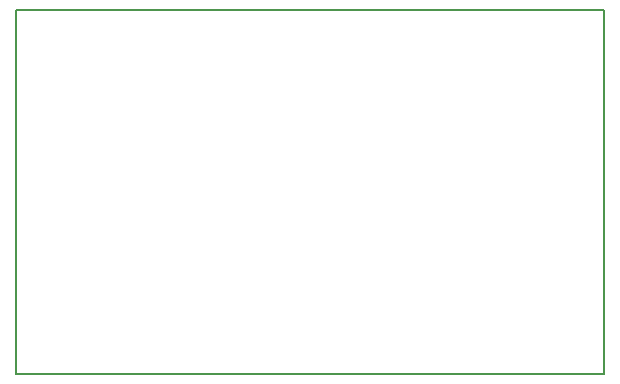
<source format=gbo>
G04 MADE WITH FRITZING*
G04 WWW.FRITZING.ORG*
G04 DOUBLE SIDED*
G04 HOLES PLATED*
G04 CONTOUR ON CENTER OF CONTOUR VECTOR*
%ASAXBY*%
%FSLAX23Y23*%
%MOIN*%
%OFA0B0*%
%SFA1.0B1.0*%
%ADD10R,1.968500X1.220470X1.952500X1.204470*%
%ADD11C,0.008000*%
%LNSILK0*%
G90*
G70*
G54D11*
X4Y1216D02*
X1965Y1216D01*
X1965Y4D01*
X4Y4D01*
X4Y1216D01*
D02*
G04 End of Silk0*
M02*
</source>
